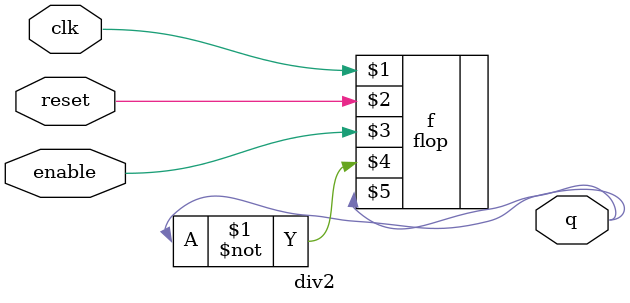
<source format=sv>
module div2(input logic clk, reset, enable, output logic q);

flop f(clk, reset, enable, ~q, q);

endmodule

</source>
